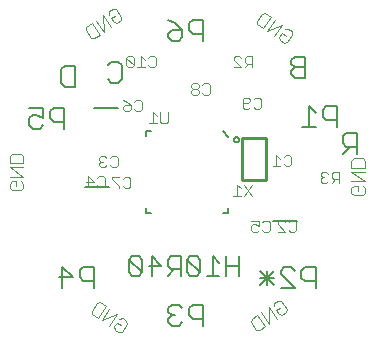
<source format=gbr>
G04 EAGLE Gerber RS-274X export*
G75*
%MOMM*%
%FSLAX34Y34*%
%LPD*%
%INSilkscreen Bottom*%
%IPPOS*%
%AMOC8*
5,1,8,0,0,1.08239X$1,22.5*%
G01*
%ADD10C,0.152400*%
%ADD11C,0.101600*%
%ADD12C,0.076200*%
%ADD13C,0.127000*%
%ADD14C,0.254000*%


D10*
X216888Y62370D02*
X216888Y78640D01*
X216888Y70505D02*
X206041Y70505D01*
X206041Y78640D02*
X206041Y62370D01*
X200516Y73217D02*
X195093Y78640D01*
X195093Y62370D01*
X200516Y62370D02*
X189670Y62370D01*
X184145Y65082D02*
X184145Y75928D01*
X181433Y78640D01*
X176010Y78640D01*
X173298Y75928D01*
X173298Y65082D01*
X176010Y62370D01*
X181433Y62370D01*
X184145Y65082D01*
X173298Y75928D01*
X167773Y78640D02*
X167773Y62370D01*
X167773Y78640D02*
X159638Y78640D01*
X156927Y75928D01*
X156927Y70505D01*
X159638Y67793D01*
X167773Y67793D01*
X162350Y67793D02*
X156927Y62370D01*
X143267Y62370D02*
X143267Y78640D01*
X151402Y70505D01*
X140555Y70505D01*
X135030Y65082D02*
X135030Y75928D01*
X132319Y78640D01*
X126895Y78640D01*
X124184Y75928D01*
X124184Y65082D01*
X126895Y62370D01*
X132319Y62370D01*
X135030Y65082D01*
X124184Y75928D01*
D11*
X247102Y39002D02*
X246623Y36288D01*
X247102Y39002D02*
X250295Y41238D01*
X253009Y40759D01*
X257481Y34373D01*
X257002Y31659D01*
X253809Y29423D01*
X251095Y29902D01*
X248859Y33095D01*
X252052Y35330D01*
X249019Y26069D02*
X242312Y35648D01*
X242633Y21598D01*
X235926Y31177D01*
X232733Y28941D02*
X239440Y19362D01*
X234651Y16008D01*
X231936Y16487D01*
X227465Y22873D01*
X227943Y25587D01*
X232733Y28941D01*
X323832Y136259D02*
X321883Y138208D01*
X323832Y136259D02*
X323832Y132361D01*
X321883Y130412D01*
X314087Y130412D01*
X312138Y132361D01*
X312138Y136259D01*
X314087Y138208D01*
X317985Y138208D01*
X317985Y134310D01*
X312138Y142106D02*
X323832Y142106D01*
X312138Y149902D01*
X323832Y149902D01*
X323832Y153800D02*
X312138Y153800D01*
X312138Y159647D01*
X314087Y161596D01*
X321883Y161596D01*
X323832Y159647D01*
X323832Y153800D01*
X258559Y271336D02*
X255845Y270858D01*
X258559Y271336D02*
X261752Y269101D01*
X262231Y266386D01*
X257759Y260000D01*
X255045Y259521D01*
X251852Y261757D01*
X251373Y264472D01*
X253609Y267665D01*
X256802Y265429D01*
X253770Y274690D02*
X247062Y265111D01*
X240676Y269582D02*
X253770Y274690D01*
X247383Y279162D02*
X240676Y269582D01*
X237483Y271818D02*
X244190Y281397D01*
X237483Y271818D02*
X232694Y275172D01*
X232215Y277886D01*
X236686Y284272D01*
X239401Y284751D01*
X244190Y281397D01*
X107148Y286144D02*
X106669Y283430D01*
X107148Y286144D02*
X110341Y288380D01*
X113055Y287901D01*
X117527Y281515D01*
X117048Y278801D01*
X113855Y276565D01*
X111141Y277044D01*
X108905Y280237D01*
X112098Y282472D01*
X109065Y273211D02*
X102358Y282790D01*
X102679Y268740D01*
X95972Y278319D01*
X92779Y276083D02*
X99486Y266504D01*
X94697Y263150D01*
X91982Y263629D01*
X87511Y270015D01*
X87989Y272729D01*
X92779Y276083D01*
X32577Y142272D02*
X34526Y140323D01*
X34526Y136425D01*
X32577Y134476D01*
X24781Y134476D01*
X22832Y136425D01*
X22832Y140323D01*
X24781Y142272D01*
X28679Y142272D01*
X28679Y138374D01*
X22832Y146170D02*
X34526Y146170D01*
X22832Y153966D01*
X34526Y153966D01*
X34526Y157864D02*
X22832Y157864D01*
X22832Y163711D01*
X24781Y165660D01*
X32577Y165660D01*
X34526Y163711D01*
X34526Y157864D01*
X115891Y25748D02*
X118605Y26226D01*
X121798Y23991D01*
X122277Y21276D01*
X117805Y14890D01*
X115091Y14411D01*
X111898Y16647D01*
X111419Y19362D01*
X113655Y22555D01*
X116848Y20319D01*
X113816Y29580D02*
X107108Y20001D01*
X100722Y24472D02*
X113816Y29580D01*
X107429Y34052D02*
X100722Y24472D01*
X97529Y26708D02*
X104236Y36287D01*
X97529Y26708D02*
X92740Y30062D01*
X92261Y32776D01*
X96732Y39162D01*
X99447Y39641D01*
X104236Y36287D01*
D10*
X299936Y188100D02*
X299936Y205895D01*
X291038Y205895D01*
X288072Y202929D01*
X288072Y196998D01*
X291038Y194032D01*
X299936Y194032D01*
X282161Y199963D02*
X276229Y205895D01*
X276229Y188100D01*
X282161Y188100D02*
X270297Y188100D01*
X281897Y69497D02*
X281897Y51702D01*
X281897Y69497D02*
X272999Y69497D01*
X270033Y66531D01*
X270033Y60600D01*
X272999Y57634D01*
X281897Y57634D01*
X264122Y51702D02*
X252258Y51702D01*
X252258Y63565D02*
X264122Y51702D01*
X252258Y63565D02*
X252258Y66531D01*
X255224Y69497D01*
X261156Y69497D01*
X264122Y66531D01*
X246347Y66531D02*
X234483Y54668D01*
X234483Y66531D02*
X246347Y54668D01*
X246347Y60600D02*
X234483Y60600D01*
X240415Y66531D02*
X240415Y54668D01*
X186652Y37747D02*
X186652Y19952D01*
X186652Y37747D02*
X177754Y37747D01*
X174788Y34781D01*
X174788Y28850D01*
X177754Y25884D01*
X186652Y25884D01*
X168877Y34781D02*
X165911Y37747D01*
X159979Y37747D01*
X157013Y34781D01*
X157013Y31815D01*
X159979Y28850D01*
X162945Y28850D01*
X159979Y28850D02*
X157013Y25884D01*
X157013Y22918D01*
X159979Y19952D01*
X165911Y19952D01*
X168877Y22918D01*
X93942Y51956D02*
X93942Y69751D01*
X85044Y69751D01*
X82078Y66785D01*
X82078Y60854D01*
X85044Y57888D01*
X93942Y57888D01*
X67269Y51956D02*
X67269Y69751D01*
X76167Y60854D01*
X64303Y60854D01*
X69304Y186576D02*
X69304Y204371D01*
X60406Y204371D01*
X57440Y201405D01*
X57440Y195474D01*
X60406Y192508D01*
X69304Y192508D01*
X51529Y204371D02*
X39665Y204371D01*
X51529Y204371D02*
X51529Y195474D01*
X45597Y198439D01*
X42631Y198439D01*
X39665Y195474D01*
X39665Y189542D01*
X42631Y186576D01*
X48563Y186576D01*
X51529Y189542D01*
X273017Y230010D02*
X273017Y247805D01*
X264119Y247805D01*
X261153Y244839D01*
X261153Y241873D01*
X264119Y238908D01*
X261153Y235942D01*
X261153Y232976D01*
X264119Y230010D01*
X273017Y230010D01*
X273017Y238908D02*
X264119Y238908D01*
X316959Y183289D02*
X316959Y165494D01*
X316959Y183289D02*
X308061Y183289D01*
X305095Y180323D01*
X305095Y174392D01*
X308061Y171426D01*
X316959Y171426D01*
X311027Y171426D02*
X305095Y165494D01*
X78453Y222136D02*
X78453Y239931D01*
X78453Y222136D02*
X69555Y222136D01*
X66589Y225102D01*
X66589Y236965D01*
X69555Y239931D01*
X78453Y239931D01*
X105965Y240521D02*
X108930Y243487D01*
X114862Y243487D01*
X117828Y240521D01*
X117828Y228658D01*
X114862Y225692D01*
X108930Y225692D01*
X105965Y228658D01*
X186906Y261252D02*
X186906Y279047D01*
X178008Y279047D01*
X175042Y276081D01*
X175042Y270150D01*
X178008Y267184D01*
X186906Y267184D01*
X163199Y276081D02*
X157267Y279047D01*
X163199Y276081D02*
X169131Y270150D01*
X169131Y264218D01*
X166165Y261252D01*
X160233Y261252D01*
X157267Y264218D01*
X157267Y267184D01*
X160233Y270150D01*
X169131Y270150D01*
D12*
X256508Y164522D02*
X254940Y162954D01*
X256508Y164522D02*
X259643Y164522D01*
X261211Y162954D01*
X261211Y156684D01*
X259643Y155116D01*
X256508Y155116D01*
X254940Y156684D01*
X251856Y161387D02*
X248720Y164522D01*
X248720Y155116D01*
X245585Y155116D02*
X251856Y155116D01*
D10*
X246163Y108383D02*
X266293Y108383D01*
D12*
X260698Y109065D02*
X259130Y107497D01*
X260698Y109065D02*
X263833Y109065D01*
X265401Y107497D01*
X265401Y101227D01*
X263833Y99659D01*
X260698Y99659D01*
X259130Y101227D01*
X256046Y99659D02*
X249775Y99659D01*
X256046Y99659D02*
X249775Y105930D01*
X249775Y107497D01*
X251343Y109065D01*
X254478Y109065D01*
X256046Y107497D01*
D13*
X208200Y180000D02*
X203200Y185000D01*
X138200Y115010D02*
X138200Y115000D01*
X212970Y177650D02*
X212972Y177739D01*
X212978Y177828D01*
X212988Y177917D01*
X213002Y178005D01*
X213019Y178092D01*
X213041Y178178D01*
X213067Y178264D01*
X213096Y178348D01*
X213129Y178431D01*
X213165Y178512D01*
X213206Y178592D01*
X213249Y178669D01*
X213296Y178745D01*
X213347Y178818D01*
X213400Y178889D01*
X213457Y178958D01*
X213517Y179024D01*
X213580Y179088D01*
X213645Y179148D01*
X213713Y179206D01*
X213784Y179260D01*
X213857Y179311D01*
X213932Y179359D01*
X214009Y179404D01*
X214088Y179445D01*
X214169Y179482D01*
X214251Y179516D01*
X214335Y179547D01*
X214420Y179573D01*
X214506Y179596D01*
X214593Y179614D01*
X214681Y179629D01*
X214770Y179640D01*
X214859Y179647D01*
X214948Y179650D01*
X215037Y179649D01*
X215126Y179644D01*
X215214Y179635D01*
X215303Y179622D01*
X215390Y179605D01*
X215477Y179585D01*
X215563Y179560D01*
X215647Y179532D01*
X215730Y179500D01*
X215812Y179464D01*
X215892Y179425D01*
X215970Y179382D01*
X216046Y179336D01*
X216120Y179286D01*
X216192Y179233D01*
X216261Y179177D01*
X216328Y179118D01*
X216392Y179056D01*
X216453Y178992D01*
X216512Y178924D01*
X216567Y178854D01*
X216619Y178782D01*
X216668Y178707D01*
X216713Y178631D01*
X216755Y178552D01*
X216793Y178472D01*
X216828Y178390D01*
X216859Y178306D01*
X216887Y178221D01*
X216910Y178135D01*
X216930Y178048D01*
X216946Y177961D01*
X216958Y177872D01*
X216966Y177784D01*
X216970Y177695D01*
X216970Y177605D01*
X216966Y177516D01*
X216958Y177428D01*
X216946Y177339D01*
X216930Y177252D01*
X216910Y177165D01*
X216887Y177079D01*
X216859Y176994D01*
X216828Y176910D01*
X216793Y176828D01*
X216755Y176748D01*
X216713Y176669D01*
X216668Y176593D01*
X216619Y176518D01*
X216567Y176446D01*
X216512Y176376D01*
X216453Y176308D01*
X216392Y176244D01*
X216328Y176182D01*
X216261Y176123D01*
X216192Y176067D01*
X216120Y176014D01*
X216046Y175964D01*
X215970Y175918D01*
X215892Y175875D01*
X215812Y175836D01*
X215730Y175800D01*
X215647Y175768D01*
X215563Y175740D01*
X215477Y175715D01*
X215390Y175695D01*
X215303Y175678D01*
X215214Y175665D01*
X215126Y175656D01*
X215037Y175651D01*
X214948Y175650D01*
X214859Y175653D01*
X214770Y175660D01*
X214681Y175671D01*
X214593Y175686D01*
X214506Y175704D01*
X214420Y175727D01*
X214335Y175753D01*
X214251Y175784D01*
X214169Y175818D01*
X214088Y175855D01*
X214009Y175896D01*
X213932Y175941D01*
X213857Y175989D01*
X213784Y176040D01*
X213713Y176094D01*
X213645Y176152D01*
X213580Y176212D01*
X213517Y176276D01*
X213457Y176342D01*
X213400Y176411D01*
X213347Y176482D01*
X213296Y176555D01*
X213249Y176631D01*
X213206Y176708D01*
X213165Y176788D01*
X213129Y176869D01*
X213096Y176952D01*
X213067Y177036D01*
X213041Y177122D01*
X213019Y177208D01*
X213002Y177295D01*
X212988Y177383D01*
X212978Y177472D01*
X212972Y177561D01*
X212970Y177650D01*
X138240Y185010D02*
X138240Y185020D01*
X142940Y185020D01*
X142900Y115010D02*
X138200Y115010D01*
X138240Y180320D02*
X138240Y185010D01*
X138190Y119700D02*
X138190Y115000D01*
X203520Y115000D02*
X208220Y115000D01*
X208220Y114990D02*
X208220Y119690D01*
D12*
X156743Y192779D02*
X156743Y200617D01*
X156743Y192779D02*
X155176Y191211D01*
X152040Y191211D01*
X150473Y192779D01*
X150473Y200617D01*
X147388Y197482D02*
X144253Y200617D01*
X144253Y191211D01*
X147388Y191211D02*
X141118Y191211D01*
D14*
X219614Y179210D02*
X219614Y143650D01*
X239934Y143650D01*
X239934Y179210D01*
X219614Y179210D01*
D12*
X227869Y139467D02*
X221598Y130061D01*
X227869Y130061D02*
X221598Y139467D01*
X218514Y136332D02*
X215378Y139467D01*
X215378Y130061D01*
X212243Y130061D02*
X218514Y130061D01*
X228179Y238773D02*
X228179Y248179D01*
X223476Y248179D01*
X221908Y246611D01*
X221908Y243476D01*
X223476Y241908D01*
X228179Y241908D01*
X225044Y241908D02*
X221908Y238773D01*
X218824Y238773D02*
X212553Y238773D01*
X218824Y238773D02*
X212553Y245044D01*
X212553Y246611D01*
X214121Y248179D01*
X217256Y248179D01*
X218824Y246611D01*
D10*
X114285Y204506D02*
X94155Y204506D01*
D12*
X109549Y163597D02*
X107981Y162029D01*
X109549Y163597D02*
X112685Y163597D01*
X114252Y162029D01*
X114252Y155759D01*
X112685Y154191D01*
X109549Y154191D01*
X107981Y155759D01*
X104897Y162029D02*
X103329Y163597D01*
X100194Y163597D01*
X98626Y162029D01*
X98626Y160462D01*
X100194Y158894D01*
X101762Y158894D01*
X100194Y158894D02*
X98626Y157326D01*
X98626Y155759D01*
X100194Y154191D01*
X103329Y154191D01*
X104897Y155759D01*
D10*
X106665Y137135D02*
X86535Y137135D01*
D12*
X97121Y145011D02*
X98688Y146579D01*
X101824Y146579D01*
X103391Y145011D01*
X103391Y138741D01*
X101824Y137173D01*
X98688Y137173D01*
X97121Y138741D01*
X89333Y137173D02*
X89333Y146579D01*
X94036Y141876D01*
X87766Y141876D01*
X236752Y107419D02*
X238320Y108987D01*
X241455Y108987D01*
X243023Y107419D01*
X243023Y101149D01*
X241455Y99581D01*
X238320Y99581D01*
X236752Y101149D01*
X233667Y108987D02*
X227397Y108987D01*
X233667Y108987D02*
X233667Y104284D01*
X230532Y105852D01*
X228964Y105852D01*
X227397Y104284D01*
X227397Y101149D01*
X228964Y99581D01*
X232100Y99581D01*
X233667Y101149D01*
X128363Y209781D02*
X129930Y211349D01*
X133066Y211349D01*
X134633Y209781D01*
X134633Y203511D01*
X133066Y201943D01*
X129930Y201943D01*
X128363Y203511D01*
X122143Y209781D02*
X119008Y211349D01*
X122143Y209781D02*
X125278Y206646D01*
X125278Y203511D01*
X123711Y201943D01*
X120575Y201943D01*
X119008Y203511D01*
X119008Y205078D01*
X120575Y206646D01*
X125278Y206646D01*
X120532Y145817D02*
X118965Y144249D01*
X120532Y145817D02*
X123668Y145817D01*
X125235Y144249D01*
X125235Y137979D01*
X123668Y136411D01*
X120532Y136411D01*
X118965Y137979D01*
X115880Y145817D02*
X109610Y145817D01*
X109610Y144249D01*
X115880Y137979D01*
X115880Y136411D01*
X186021Y223497D02*
X187588Y225065D01*
X190724Y225065D01*
X192291Y223497D01*
X192291Y217227D01*
X190724Y215659D01*
X187588Y215659D01*
X186021Y217227D01*
X182936Y223497D02*
X181369Y225065D01*
X178233Y225065D01*
X176666Y223497D01*
X176666Y221930D01*
X178233Y220362D01*
X176666Y218794D01*
X176666Y217227D01*
X178233Y215659D01*
X181369Y215659D01*
X182936Y217227D01*
X182936Y218794D01*
X181369Y220362D01*
X182936Y221930D01*
X182936Y223497D01*
X181369Y220362D02*
X178233Y220362D01*
X229455Y211559D02*
X231022Y213127D01*
X234158Y213127D01*
X235725Y211559D01*
X235725Y205289D01*
X234158Y203721D01*
X231022Y203721D01*
X229455Y205289D01*
X226370Y205289D02*
X224803Y203721D01*
X221667Y203721D01*
X220100Y205289D01*
X220100Y211559D01*
X221667Y213127D01*
X224803Y213127D01*
X226370Y211559D01*
X226370Y209992D01*
X224803Y208424D01*
X220100Y208424D01*
X301765Y150389D02*
X301765Y140983D01*
X301765Y150389D02*
X297062Y150389D01*
X295495Y148821D01*
X295495Y145686D01*
X297062Y144118D01*
X301765Y144118D01*
X298630Y144118D02*
X295495Y140983D01*
X292410Y148821D02*
X290843Y150389D01*
X287707Y150389D01*
X286140Y148821D01*
X286140Y147254D01*
X287707Y145686D01*
X289275Y145686D01*
X287707Y145686D02*
X286140Y144118D01*
X286140Y142551D01*
X287707Y140983D01*
X290843Y140983D01*
X292410Y142551D01*
X141954Y248433D02*
X140386Y246865D01*
X141954Y248433D02*
X145089Y248433D01*
X146657Y246865D01*
X146657Y240595D01*
X145089Y239027D01*
X141954Y239027D01*
X140386Y240595D01*
X137302Y245298D02*
X134166Y248433D01*
X134166Y239027D01*
X131031Y239027D02*
X137302Y239027D01*
X127947Y240595D02*
X127947Y246865D01*
X126379Y248433D01*
X123244Y248433D01*
X121676Y246865D01*
X121676Y240595D01*
X123244Y239027D01*
X126379Y239027D01*
X127947Y240595D01*
X121676Y246865D01*
M02*

</source>
